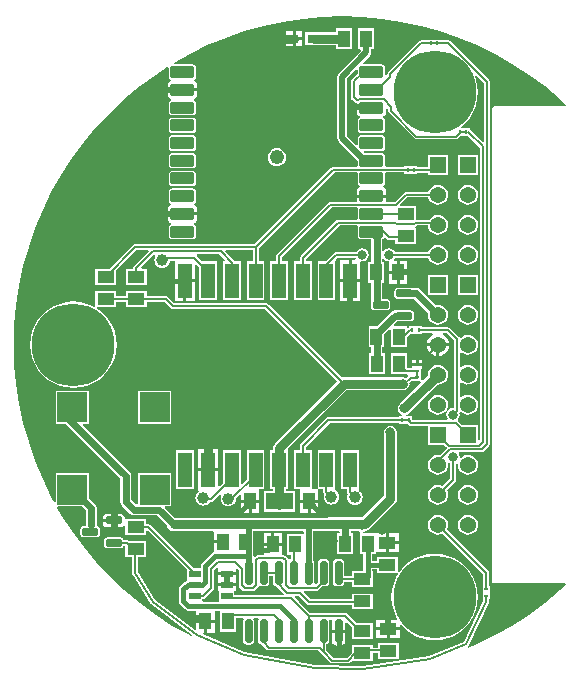
<source format=gtl>
G04*
G04 #@! TF.GenerationSoftware,Altium Limited,Altium Designer,25.1.2 (22)*
G04*
G04 Layer_Physical_Order=1*
G04 Layer_Color=255*
%FSLAX44Y44*%
%MOMM*%
G71*
G04*
G04 #@! TF.SameCoordinates,1B355CDF-056A-496C-88C6-064FCE6B5934*
G04*
G04*
G04 #@! TF.FilePolarity,Positive*
G04*
G01*
G75*
%ADD10C,0.2000*%
%ADD12C,0.1500*%
%ADD21R,1.0400X1.4700*%
G04:AMPARAMS|DCode=22|XSize=2mm|YSize=1mm|CornerRadius=0.125mm|HoleSize=0mm|Usage=FLASHONLY|Rotation=180.000|XOffset=0mm|YOffset=0mm|HoleType=Round|Shape=RoundedRectangle|*
%AMROUNDEDRECTD22*
21,1,2.0000,0.7500,0,0,180.0*
21,1,1.7500,1.0000,0,0,180.0*
1,1,0.2500,-0.8750,0.3750*
1,1,0.2500,0.8750,0.3750*
1,1,0.2500,0.8750,-0.3750*
1,1,0.2500,-0.8750,-0.3750*
%
%ADD22ROUNDEDRECTD22*%
%ADD23R,2.5000X2.5000*%
%ADD24C,1.0000*%
%ADD25R,0.8000X0.8000*%
G04:AMPARAMS|DCode=26|XSize=1.97mm|YSize=0.6mm|CornerRadius=0.15mm|HoleSize=0mm|Usage=FLASHONLY|Rotation=90.000|XOffset=0mm|YOffset=0mm|HoleType=Round|Shape=RoundedRectangle|*
%AMROUNDEDRECTD26*
21,1,1.9700,0.3000,0,0,90.0*
21,1,1.6700,0.6000,0,0,90.0*
1,1,0.3000,0.1500,0.8350*
1,1,0.3000,0.1500,-0.8350*
1,1,0.3000,-0.1500,-0.8350*
1,1,0.3000,-0.1500,0.8350*
%
%ADD26ROUNDEDRECTD26*%
%ADD27R,1.0033X0.5588*%
G04:AMPARAMS|DCode=28|XSize=1.32mm|YSize=0.6mm|CornerRadius=0.075mm|HoleSize=0mm|Usage=FLASHONLY|Rotation=180.000|XOffset=0mm|YOffset=0mm|HoleType=Round|Shape=RoundedRectangle|*
%AMROUNDEDRECTD28*
21,1,1.3200,0.4500,0,0,180.0*
21,1,1.1700,0.6000,0,0,180.0*
1,1,0.1500,-0.5850,0.2250*
1,1,0.1500,0.5850,0.2250*
1,1,0.1500,0.5850,-0.2250*
1,1,0.1500,-0.5850,-0.2250*
%
%ADD28ROUNDEDRECTD28*%
%ADD29R,1.4700X1.0400*%
%ADD37R,0.3500X0.2500*%
%ADD38R,0.2500X0.3500*%
%ADD51R,1.2000X3.0000*%
%ADD52C,0.4000*%
%ADD53C,0.8000*%
%ADD54C,0.6000*%
%ADD55C,0.5000*%
%ADD56C,1.2100*%
%ADD57C,1.3700*%
%ADD58R,1.3700X1.3700*%
%ADD59C,7.0000*%
%ADD60C,0.8000*%
G36*
X296784Y557469D02*
X313506Y555949D01*
X330107Y553423D01*
X346524Y549898D01*
X362699Y545389D01*
X378572Y539912D01*
X394085Y533486D01*
X409182Y526135D01*
X423807Y517887D01*
X437908Y508770D01*
X451433Y498818D01*
X464332Y488068D01*
X469456Y483244D01*
X468988Y482064D01*
X409130D01*
X408340Y481907D01*
X407671Y481459D01*
X407223Y480790D01*
X407066Y480000D01*
Y80000D01*
X407223Y79210D01*
X407671Y78541D01*
X408340Y78093D01*
X409130Y77936D01*
X468987Y77935D01*
X469455Y76755D01*
X464332Y71932D01*
X451433Y61182D01*
X437908Y51230D01*
X423807Y42113D01*
X409182Y33865D01*
X394085Y26514D01*
X386862Y23522D01*
X386297Y24663D01*
X386481Y24769D01*
X386525Y24828D01*
X386587Y24869D01*
X386828Y25225D01*
X387089Y25568D01*
X404378Y60921D01*
X404398Y61000D01*
X404444Y61067D01*
X404526Y61483D01*
X404635Y61892D01*
X404624Y61972D01*
X404639Y62052D01*
Y64640D01*
X405405D01*
Y75688D01*
X404705D01*
Y86539D01*
X404509Y87524D01*
X403951Y88359D01*
X368545Y123764D01*
X369228Y125414D01*
X369516Y127600D01*
X369228Y129786D01*
X368385Y131823D01*
X367042Y133572D01*
X365293Y134915D01*
X363256Y135758D01*
X361070Y136046D01*
X358884Y135758D01*
X356847Y134915D01*
X355098Y133572D01*
X353755Y131823D01*
X352911Y129786D01*
X352624Y127600D01*
X352911Y125414D01*
X353755Y123377D01*
X355098Y121628D01*
X356847Y120285D01*
X358884Y119441D01*
X361070Y119154D01*
X363256Y119441D01*
X364906Y120125D01*
X399558Y85473D01*
Y75688D01*
X398857D01*
Y64640D01*
X399492D01*
Y62648D01*
X382897Y28711D01*
X353519Y16742D01*
X297623Y7653D01*
X257049Y8786D01*
X197304Y19812D01*
X161895Y34907D01*
X162149Y36151D01*
X162938D01*
Y44771D01*
X156468D01*
Y39346D01*
X155332Y38778D01*
X121657Y64037D01*
X107308Y87390D01*
Y100370D01*
X113978D01*
Y113818D01*
X99870D01*
X99639Y114049D01*
X98804Y114607D01*
X97819Y114802D01*
X94705D01*
X94593Y115366D01*
X94090Y116118D01*
X93338Y116621D01*
X92451Y116798D01*
X80751D01*
X79864Y116621D01*
X79111Y116118D01*
X78609Y115366D01*
X78432Y114479D01*
Y109979D01*
X78609Y109092D01*
X79111Y108340D01*
X79864Y107837D01*
X80751Y107660D01*
X92451D01*
X93338Y107837D01*
X94090Y108340D01*
X94593Y109092D01*
X94705Y109656D01*
X96230D01*
Y100370D01*
X102161D01*
Y86663D01*
X102201Y86462D01*
X102194Y86257D01*
X102298Y85974D01*
X102357Y85678D01*
X102471Y85508D01*
X102542Y85316D01*
X117528Y60925D01*
X117856Y60571D01*
X118177Y60214D01*
X152538Y34439D01*
X151874Y33351D01*
X150818Y33865D01*
X136193Y42113D01*
X122092Y51230D01*
X108567Y61182D01*
X95668Y71932D01*
X83441Y83441D01*
X71932Y95668D01*
X61182Y108567D01*
X51230Y122092D01*
X42113Y136193D01*
X38776Y142110D01*
X39416Y143207D01*
X59338D01*
X62859Y139686D01*
Y127014D01*
X62271Y126298D01*
X60751D01*
X59864Y126121D01*
X59111Y125618D01*
X58609Y124866D01*
X58432Y123979D01*
Y119479D01*
X58609Y118592D01*
X59111Y117839D01*
X59864Y117337D01*
X60751Y117160D01*
X72451D01*
X73338Y117337D01*
X74090Y117839D01*
X74593Y118592D01*
X74769Y119479D01*
Y123979D01*
X74593Y124866D01*
X74090Y125618D01*
X73338Y126121D01*
X73207Y126147D01*
X72084Y127014D01*
Y141596D01*
X71733Y143362D01*
X70733Y144858D01*
X65482Y150110D01*
Y171255D01*
X37434D01*
Y146991D01*
X36205Y146668D01*
X33865Y150818D01*
X26514Y165915D01*
X20088Y181428D01*
X14611Y197301D01*
X10102Y213476D01*
X6578Y229893D01*
X4051Y246494D01*
X2531Y263216D01*
X2024Y280000D01*
X2531Y296784D01*
X4051Y313506D01*
X6578Y330107D01*
X10102Y346524D01*
X14611Y362699D01*
X20088Y378572D01*
X26514Y394085D01*
X33865Y409182D01*
X42113Y423807D01*
X51230Y437908D01*
X61182Y451433D01*
X71932Y464332D01*
X83441Y476559D01*
X95668Y488068D01*
X108567Y498818D01*
X122092Y508770D01*
X132081Y515228D01*
X133008Y514697D01*
X133243Y514467D01*
Y507062D01*
X133459Y505980D01*
X134072Y505062D01*
X134924Y504493D01*
X134962Y504208D01*
X134846Y503183D01*
X134593Y503132D01*
X133339Y502295D01*
X132502Y501041D01*
X132207Y499562D01*
Y497082D01*
X144822D01*
X157436D01*
Y499562D01*
X157142Y501041D01*
X156304Y502295D01*
X155050Y503132D01*
X154797Y503183D01*
X154681Y504208D01*
X154720Y504493D01*
X155572Y505062D01*
X156185Y505980D01*
X156400Y507062D01*
Y514562D01*
X156185Y515644D01*
X155572Y516562D01*
X154654Y517175D01*
X153572Y517391D01*
X137898D01*
X137565Y518661D01*
X150818Y526135D01*
X165915Y533486D01*
X181428Y539912D01*
X197301Y545389D01*
X213476Y549898D01*
X229893Y553423D01*
X246494Y555949D01*
X263216Y557469D01*
X280000Y557976D01*
X296784Y557469D01*
D02*
G37*
%LPC*%
G36*
X245881Y545760D02*
X240611D01*
Y540490D01*
X245881D01*
Y545760D01*
D02*
G37*
G36*
X238071D02*
X232801D01*
Y540490D01*
X238071D01*
Y545760D01*
D02*
G37*
G36*
X245881Y537951D02*
X240611D01*
Y532680D01*
X245881D01*
Y537951D01*
D02*
G37*
G36*
X238071D02*
X232801D01*
Y532680D01*
X238071D01*
Y537951D01*
D02*
G37*
G36*
X288424Y547885D02*
X274977D01*
Y544853D01*
X256341D01*
X255797Y544744D01*
X248817D01*
Y533696D01*
X255797D01*
X256341Y533588D01*
X274977D01*
Y530137D01*
X288424D01*
Y547885D01*
D02*
G37*
G36*
X157436Y494542D02*
X144822D01*
X132207D01*
Y492062D01*
X132502Y490583D01*
X133339Y489330D01*
X134593Y488492D01*
X134846Y488442D01*
X134962Y487416D01*
X134924Y487131D01*
X134072Y486562D01*
X133459Y485644D01*
X133243Y484562D01*
Y477062D01*
X133459Y475980D01*
X134072Y475062D01*
X134989Y474449D01*
X136072Y474234D01*
X153572D01*
X154654Y474449D01*
X155572Y475062D01*
X156185Y475980D01*
X156400Y477062D01*
Y484562D01*
X156185Y485644D01*
X155572Y486562D01*
X154720Y487131D01*
X154681Y487416D01*
X154797Y488442D01*
X155050Y488492D01*
X156304Y489330D01*
X157142Y490583D01*
X157436Y492062D01*
Y494542D01*
D02*
G37*
G36*
X153572Y472391D02*
X136072D01*
X134989Y472175D01*
X134072Y471562D01*
X133459Y470645D01*
X133243Y469562D01*
Y462062D01*
X133459Y460980D01*
X134072Y460062D01*
X134989Y459449D01*
X136072Y459234D01*
X153572D01*
X154654Y459449D01*
X155572Y460062D01*
X156185Y460980D01*
X156400Y462062D01*
Y469562D01*
X156185Y470645D01*
X155572Y471562D01*
X154654Y472175D01*
X153572Y472391D01*
D02*
G37*
G36*
Y457391D02*
X136072D01*
X134989Y457175D01*
X134072Y456562D01*
X133459Y455645D01*
X133243Y454562D01*
Y447062D01*
X133459Y445980D01*
X134072Y445062D01*
X134989Y444449D01*
X136072Y444234D01*
X153572D01*
X154654Y444449D01*
X155572Y445062D01*
X156185Y445980D01*
X156400Y447062D01*
Y454562D01*
X156185Y455645D01*
X155572Y456562D01*
X154654Y457175D01*
X153572Y457391D01*
D02*
G37*
G36*
X224822Y446451D02*
X222845Y446191D01*
X221002Y445428D01*
X219420Y444214D01*
X218206Y442632D01*
X217443Y440789D01*
X217182Y438812D01*
X217443Y436835D01*
X218206Y434992D01*
X219420Y433410D01*
X221002Y432196D01*
X222845Y431433D01*
X224822Y431173D01*
X226799Y431433D01*
X228641Y432196D01*
X230224Y433410D01*
X231438Y434992D01*
X232201Y436835D01*
X232461Y438812D01*
X232201Y440789D01*
X231438Y442632D01*
X230224Y444214D01*
X228641Y445428D01*
X226799Y446191D01*
X224822Y446451D01*
D02*
G37*
G36*
X153572Y442391D02*
X136072D01*
X134989Y442175D01*
X134072Y441562D01*
X133459Y440644D01*
X133243Y439562D01*
Y432062D01*
X133459Y430980D01*
X134072Y430062D01*
X134989Y429449D01*
X136072Y429234D01*
X153572D01*
X154654Y429449D01*
X155572Y430062D01*
X156185Y430980D01*
X156400Y432062D01*
Y439562D01*
X156185Y440644D01*
X155572Y441562D01*
X154654Y442175D01*
X153572Y442391D01*
D02*
G37*
G36*
X394844Y440774D02*
X378096D01*
Y424026D01*
X394844D01*
Y440774D01*
D02*
G37*
G36*
X153572Y427391D02*
X136072D01*
X134989Y427175D01*
X134072Y426562D01*
X133459Y425644D01*
X133243Y424562D01*
Y417062D01*
X133459Y415980D01*
X134072Y415062D01*
X134989Y414449D01*
X136072Y414234D01*
X153572D01*
X154654Y414449D01*
X155572Y415062D01*
X156185Y415980D01*
X156400Y417062D01*
Y424562D01*
X156185Y425644D01*
X155572Y426562D01*
X154654Y427175D01*
X153572Y427391D01*
D02*
G37*
G36*
X386470Y415446D02*
X384284Y415159D01*
X382247Y414315D01*
X380498Y412972D01*
X379155Y411223D01*
X378312Y409186D01*
X378024Y407000D01*
X378312Y404814D01*
X379155Y402777D01*
X380498Y401028D01*
X382247Y399685D01*
X384284Y398842D01*
X386470Y398554D01*
X388656Y398842D01*
X390693Y399685D01*
X392442Y401028D01*
X393785Y402777D01*
X394628Y404814D01*
X394916Y407000D01*
X394628Y409186D01*
X393785Y411223D01*
X392442Y412972D01*
X390693Y414315D01*
X388656Y415159D01*
X386470Y415446D01*
D02*
G37*
G36*
X361070D02*
X358884Y415159D01*
X356847Y414315D01*
X355098Y412972D01*
X353755Y411223D01*
X352966Y409319D01*
X333900D01*
X333013Y409142D01*
X332261Y408639D01*
X324478Y400857D01*
X318197D01*
X317391Y401838D01*
X317436Y402062D01*
Y404542D01*
X304822D01*
X292208D01*
Y402062D01*
X292252Y401838D01*
X291446Y400857D01*
X271023D01*
X270935Y400916D01*
X269950Y401112D01*
X268965Y400916D01*
X268130Y400358D01*
X224624Y356852D01*
X224067Y356017D01*
X223871Y355032D01*
Y350877D01*
X219219D01*
Y317829D01*
X234266D01*
Y350877D01*
X229018D01*
Y353966D01*
X271271Y396220D01*
X292432D01*
X293320Y394950D01*
X293243Y394562D01*
Y387062D01*
X293258Y386986D01*
X292224Y385716D01*
X277824D01*
X277735Y385775D01*
X276751Y385971D01*
X275766Y385775D01*
X274931Y385217D01*
X244793Y355079D01*
X244235Y354244D01*
X244039Y353259D01*
Y350877D01*
X239219D01*
Y317829D01*
X254266D01*
Y350877D01*
X249186D01*
Y352193D01*
X278071Y381079D01*
X292338D01*
X293292Y379809D01*
X293243Y379562D01*
Y372062D01*
X293459Y370980D01*
X294072Y370062D01*
X294989Y369449D01*
X296072Y369234D01*
X304542D01*
Y350155D01*
X301831D01*
Y332407D01*
X304542D01*
Y317256D01*
X304509Y317207D01*
X304333Y316320D01*
Y311819D01*
X304509Y310932D01*
X305012Y310180D01*
X305764Y309677D01*
X306651Y309501D01*
X308933D01*
X309155Y309457D01*
X311501D01*
X311723Y309501D01*
X318351D01*
X319238Y309677D01*
X319991Y310180D01*
X320493Y310932D01*
X320670Y311819D01*
Y316320D01*
X320493Y317207D01*
X319991Y317959D01*
X319238Y318461D01*
X318351Y318638D01*
X313767D01*
Y332407D01*
X315279D01*
Y350155D01*
X313767D01*
Y352623D01*
X315037Y353008D01*
X315604Y352161D01*
X317431Y350940D01*
X319586Y350511D01*
X319615Y350488D01*
Y342551D01*
X326085D01*
Y351171D01*
X324200D01*
X323757Y352441D01*
X324510Y353570D01*
X353096D01*
X353755Y351977D01*
X355098Y350228D01*
X356847Y348885D01*
X358884Y348041D01*
X361070Y347754D01*
X363256Y348041D01*
X365293Y348885D01*
X367042Y350228D01*
X368385Y351977D01*
X369228Y354014D01*
X369516Y356200D01*
X369228Y358386D01*
X368385Y360423D01*
X367042Y362172D01*
X365293Y363515D01*
X363256Y364358D01*
X361070Y364646D01*
X358884Y364358D01*
X356847Y363515D01*
X355098Y362172D01*
X353755Y360423D01*
X353049Y358717D01*
X324510D01*
X323569Y360126D01*
X321742Y361347D01*
X319586Y361776D01*
X317431Y361347D01*
X315604Y360126D01*
X315037Y359278D01*
X313767Y359663D01*
Y369273D01*
X314654Y369449D01*
X315572Y370062D01*
X316810Y370184D01*
X317814Y369181D01*
X318648Y368623D01*
X319633Y368427D01*
X324846D01*
Y364980D01*
X342594D01*
Y378428D01*
X342224D01*
X342049Y379688D01*
X342801Y380190D01*
X343689Y381079D01*
X352692D01*
X352911Y379414D01*
X353755Y377377D01*
X355098Y375628D01*
X356847Y374285D01*
X358884Y373442D01*
X361070Y373154D01*
X363256Y373442D01*
X365293Y374285D01*
X367042Y375628D01*
X368385Y377377D01*
X369228Y379414D01*
X369516Y381600D01*
X369228Y383786D01*
X368385Y385823D01*
X367042Y387572D01*
X365293Y388915D01*
X363256Y389758D01*
X361070Y390046D01*
X358884Y389758D01*
X356847Y388915D01*
X355098Y387572D01*
X353755Y385823D01*
X353711Y385716D01*
X342729D01*
X342594Y385827D01*
Y397228D01*
X329066D01*
X328580Y398401D01*
X334860Y404682D01*
X352966D01*
X353755Y402777D01*
X355098Y401028D01*
X356847Y399685D01*
X358884Y398842D01*
X361070Y398554D01*
X363256Y398842D01*
X365293Y399685D01*
X367042Y401028D01*
X368385Y402777D01*
X369228Y404814D01*
X369516Y407000D01*
X369228Y409186D01*
X368385Y411223D01*
X367042Y412972D01*
X365293Y414315D01*
X363256Y415159D01*
X361070Y415446D01*
D02*
G37*
G36*
X153572Y412391D02*
X136072D01*
X134989Y412175D01*
X134072Y411562D01*
X133459Y410644D01*
X133243Y409562D01*
Y402062D01*
X133459Y400980D01*
X134072Y400062D01*
X134924Y399493D01*
X134962Y399208D01*
X134846Y398183D01*
X134593Y398132D01*
X133339Y397295D01*
X132502Y396041D01*
X132207Y394562D01*
Y392082D01*
X144822D01*
X157436D01*
Y394562D01*
X157142Y396041D01*
X156304Y397295D01*
X155050Y398132D01*
X154797Y398183D01*
X154681Y399208D01*
X154720Y399493D01*
X155572Y400062D01*
X156185Y400980D01*
X156400Y402062D01*
Y409562D01*
X156185Y410644D01*
X155572Y411562D01*
X154654Y412175D01*
X153572Y412391D01*
D02*
G37*
G36*
X386470Y390046D02*
X384284Y389758D01*
X382247Y388915D01*
X380498Y387572D01*
X379155Y385823D01*
X378312Y383786D01*
X378024Y381600D01*
X378312Y379414D01*
X379155Y377377D01*
X380498Y375628D01*
X382247Y374285D01*
X384284Y373442D01*
X386470Y373154D01*
X388656Y373442D01*
X390693Y374285D01*
X392442Y375628D01*
X393785Y377377D01*
X394628Y379414D01*
X394916Y381600D01*
X394628Y383786D01*
X393785Y385823D01*
X392442Y387572D01*
X390693Y388915D01*
X388656Y389758D01*
X386470Y390046D01*
D02*
G37*
G36*
X157436Y389542D02*
X144822D01*
X132207D01*
Y387062D01*
X132502Y385583D01*
X133339Y384330D01*
X134593Y383492D01*
X134846Y383442D01*
X134962Y382416D01*
X134924Y382131D01*
X134072Y381562D01*
X133459Y380645D01*
X133243Y379562D01*
Y372062D01*
X133459Y370980D01*
X134072Y370062D01*
X134989Y369449D01*
X136072Y369234D01*
X153572D01*
X154654Y369449D01*
X155572Y370062D01*
X156185Y370980D01*
X156400Y372062D01*
Y379562D01*
X156185Y380645D01*
X155572Y381562D01*
X154720Y382131D01*
X154681Y382416D01*
X154797Y383442D01*
X155050Y383492D01*
X156304Y384330D01*
X157142Y385583D01*
X157436Y387062D01*
Y389542D01*
D02*
G37*
G36*
X297060Y361776D02*
X294904Y361347D01*
X293077Y360126D01*
X292136Y358717D01*
X275340D01*
X275055Y358773D01*
X274070Y358578D01*
X273235Y358020D01*
X266092Y350877D01*
X259219D01*
Y317829D01*
X274266D01*
Y350877D01*
X274266Y350877D01*
X274266D01*
X274565Y352071D01*
X276064Y353570D01*
X291185D01*
X291429Y353163D01*
X290710Y351893D01*
X288013D01*
Y335623D01*
X295282D01*
Y349864D01*
X296264Y350669D01*
X297060Y350511D01*
X299215Y350940D01*
X301042Y352161D01*
X302263Y353988D01*
X302692Y356143D01*
X302263Y358299D01*
X301042Y360126D01*
X299215Y361347D01*
X297060Y361776D01*
D02*
G37*
G36*
X386470Y364646D02*
X384284Y364358D01*
X382247Y363515D01*
X380498Y362172D01*
X379155Y360423D01*
X378312Y358386D01*
X378024Y356200D01*
X378312Y354014D01*
X379155Y351977D01*
X380498Y350228D01*
X382247Y348885D01*
X384284Y348041D01*
X386470Y347754D01*
X388656Y348041D01*
X390693Y348885D01*
X392442Y350228D01*
X393785Y351977D01*
X394628Y354014D01*
X394916Y356200D01*
X394628Y358386D01*
X393785Y360423D01*
X392442Y362172D01*
X390693Y363515D01*
X388656Y364358D01*
X386470Y364646D01*
D02*
G37*
G36*
X335095Y351171D02*
X328625D01*
Y342551D01*
X335095D01*
Y351171D01*
D02*
G37*
G36*
X285473Y351893D02*
X278202D01*
Y335623D01*
X285473D01*
Y351893D01*
D02*
G37*
G36*
X335095Y340011D02*
X328625D01*
Y331391D01*
X335095D01*
Y340011D01*
D02*
G37*
G36*
X326085D02*
X319615D01*
Y331391D01*
X326085D01*
Y340011D01*
D02*
G37*
G36*
X394844Y339174D02*
X378096D01*
Y322426D01*
X394844D01*
Y339174D01*
D02*
G37*
G36*
X369439D02*
X352691D01*
Y322426D01*
X369439D01*
Y339174D01*
D02*
G37*
G36*
X295282Y333083D02*
X288013D01*
Y316813D01*
X295282D01*
Y333083D01*
D02*
G37*
G36*
X285473D02*
X278202D01*
Y316813D01*
X285473D01*
Y333083D01*
D02*
G37*
G36*
X155282D02*
X148013D01*
Y316813D01*
X155282D01*
Y333083D01*
D02*
G37*
G36*
X145472D02*
X138202D01*
Y316813D01*
X145472D01*
Y333083D01*
D02*
G37*
G36*
X386470Y313846D02*
X384284Y313558D01*
X382247Y312715D01*
X380498Y311372D01*
X379155Y309623D01*
X378312Y307586D01*
X378024Y305400D01*
X378312Y303214D01*
X379155Y301177D01*
X380498Y299428D01*
X382247Y298085D01*
X384284Y297241D01*
X386470Y296954D01*
X388656Y297241D01*
X390693Y298085D01*
X392442Y299428D01*
X393785Y301177D01*
X394628Y303214D01*
X394916Y305400D01*
X394628Y307586D01*
X393785Y309623D01*
X392442Y311372D01*
X390693Y312715D01*
X388656Y313558D01*
X386470Y313846D01*
D02*
G37*
G36*
X342900Y328182D02*
X332501D01*
X332280Y328138D01*
X326651D01*
X325764Y327962D01*
X325012Y327459D01*
X324509Y326707D01*
X324333Y325820D01*
Y321320D01*
X324509Y320432D01*
X325012Y319680D01*
X325764Y319177D01*
X326651Y319001D01*
X332280D01*
X332501Y318957D01*
X340990D01*
X352776Y307171D01*
X352424Y305400D01*
X352852Y303244D01*
X352975Y303061D01*
X353755Y301177D01*
X355098Y299428D01*
X356847Y298085D01*
X358884Y297241D01*
X361070Y296954D01*
X363256Y297241D01*
X365293Y298085D01*
X367042Y299428D01*
X368385Y301177D01*
X369228Y303214D01*
X369516Y305400D01*
X369228Y307586D01*
X368385Y309623D01*
X367042Y311372D01*
X365293Y312715D01*
X363256Y313558D01*
X361070Y313846D01*
X359371Y313622D01*
X346162Y326831D01*
X344666Y327831D01*
X342900Y328182D01*
D02*
G37*
G36*
X307225Y547885D02*
X293776D01*
Y530137D01*
X295466D01*
X295992Y528867D01*
X277041Y509916D01*
X276152Y508585D01*
X275839Y507015D01*
Y454974D01*
X276152Y453404D01*
X277041Y452073D01*
X293243Y435871D01*
Y432062D01*
X293271Y431925D01*
X292265Y430655D01*
X272042D01*
X272018Y430660D01*
X271033Y430464D01*
X270198Y429906D01*
X205609Y365317D01*
X104964D01*
X103979Y365121D01*
X103144Y364563D01*
X82895Y344314D01*
X71036D01*
Y330866D01*
X88784D01*
Y342925D01*
X106030Y360170D01*
X115847D01*
X116333Y358997D01*
X103758Y346422D01*
X103200Y345587D01*
X103005Y344602D01*
Y344302D01*
X96704D01*
Y330854D01*
X114452D01*
Y344302D01*
X110577D01*
X110091Y345476D01*
X120719Y356103D01*
X121376Y356017D01*
X121986Y354725D01*
X121328Y353138D01*
X121104Y351435D01*
X121328Y349732D01*
X121986Y348145D01*
X123032Y346782D01*
X124394Y345737D01*
X125981Y345079D01*
X127684Y344855D01*
X129388Y345079D01*
X130975Y345737D01*
X132338Y346782D01*
X133383Y348145D01*
X134041Y349732D01*
X134230Y351171D01*
X138202D01*
Y335623D01*
X146742D01*
X155282D01*
Y348020D01*
X156456Y348506D01*
X159219Y345743D01*
Y317829D01*
X174266D01*
Y350877D01*
X161364D01*
X156864Y355376D01*
X157020Y356122D01*
X157343Y356646D01*
X176072D01*
X180667Y352050D01*
X180181Y350877D01*
X179219D01*
Y317829D01*
X194266D01*
Y350877D01*
X188935D01*
X188562Y351434D01*
X181000Y358997D01*
X181486Y360170D01*
X204169D01*
Y350877D01*
X199219D01*
Y317829D01*
X214266D01*
Y350877D01*
X209316D01*
Y361745D01*
X273589Y426018D01*
X292297D01*
X293280Y424748D01*
X293243Y424562D01*
Y417062D01*
X293459Y415980D01*
X294072Y415062D01*
X294924Y414493D01*
X294962Y414208D01*
X294846Y413183D01*
X294593Y413132D01*
X293339Y412295D01*
X292502Y411041D01*
X292208Y409562D01*
Y407082D01*
X304822D01*
X317436D01*
Y409562D01*
X317142Y411041D01*
X316304Y412295D01*
X315051Y413132D01*
X314797Y413183D01*
X314681Y414208D01*
X314720Y414493D01*
X315572Y415062D01*
X316185Y415980D01*
X316400Y417062D01*
Y424562D01*
X316363Y424748D01*
X317346Y426018D01*
X332618D01*
Y424831D01*
X343666D01*
Y425678D01*
X352696D01*
Y424026D01*
X369444D01*
Y440774D01*
X352696D01*
Y430825D01*
X343666D01*
Y431379D01*
X332618D01*
Y430655D01*
X317379D01*
X316373Y431925D01*
X316400Y432062D01*
Y439562D01*
X316185Y440644D01*
X315572Y441562D01*
X314654Y442175D01*
X313572Y442391D01*
X298648D01*
X298199Y442964D01*
X298817Y444234D01*
X313572D01*
X314654Y444449D01*
X315572Y445062D01*
X316185Y445980D01*
X316400Y447062D01*
Y454562D01*
X316185Y455645D01*
X315572Y456562D01*
X314654Y457175D01*
X313572Y457391D01*
X296072D01*
X294989Y457175D01*
X294072Y456562D01*
X293459Y455645D01*
X293243Y454562D01*
Y449135D01*
X292070Y448649D01*
X284045Y456674D01*
Y505315D01*
X292070Y513340D01*
X293243Y512854D01*
Y509584D01*
X288448Y504789D01*
X287890Y503954D01*
X287694Y502970D01*
Y489341D01*
X287890Y488357D01*
X288448Y487522D01*
X290476Y485494D01*
X291310Y484937D01*
X292056Y484788D01*
X292208Y484562D01*
Y482082D01*
X304822D01*
Y479542D01*
X292208D01*
Y477062D01*
X292502Y475583D01*
X293339Y474330D01*
X294593Y473492D01*
X294846Y473442D01*
X294962Y472416D01*
X294924Y472131D01*
X294072Y471562D01*
X293459Y470645D01*
X293243Y469562D01*
Y462062D01*
X293459Y460980D01*
X294072Y460062D01*
X294989Y459449D01*
X296072Y459234D01*
X313572D01*
X314654Y459449D01*
X315572Y460062D01*
X316185Y460980D01*
X316400Y462062D01*
Y469562D01*
X316185Y470645D01*
X315572Y471562D01*
X314720Y472131D01*
X314681Y472416D01*
X314797Y473442D01*
X315051Y473492D01*
X316304Y474330D01*
X317142Y475583D01*
X317436Y477062D01*
Y479760D01*
X318706Y480396D01*
X319123Y480084D01*
Y477792D01*
X319300Y476905D01*
X319803Y476153D01*
X341295Y454660D01*
X342047Y454158D01*
X342935Y453981D01*
X376506D01*
X377393Y454158D01*
X378145Y454660D01*
X380173Y456688D01*
X386542D01*
X396438Y446792D01*
Y199235D01*
X396114Y199018D01*
X394844Y199697D01*
Y212174D01*
X381735D01*
X378282Y215627D01*
X378257Y215644D01*
X377868Y216886D01*
X378052Y217192D01*
X379083Y218734D01*
X379511Y220890D01*
X379295Y221979D01*
X380315Y223080D01*
X380641Y223117D01*
X382247Y221885D01*
X384284Y221041D01*
X386470Y220754D01*
X388656Y221041D01*
X390693Y221885D01*
X392442Y223228D01*
X393785Y224977D01*
X394628Y227014D01*
X394916Y229200D01*
X394628Y231386D01*
X393785Y233423D01*
X392442Y235172D01*
X390693Y236515D01*
X388656Y237358D01*
X386470Y237646D01*
X384284Y237358D01*
X382247Y236515D01*
X380782Y235390D01*
X379512Y235812D01*
Y247988D01*
X380782Y248409D01*
X382247Y247285D01*
X384284Y246441D01*
X386470Y246154D01*
X388656Y246441D01*
X390693Y247285D01*
X392442Y248627D01*
X393785Y250377D01*
X394628Y252414D01*
X394916Y254600D01*
X394628Y256786D01*
X393785Y258823D01*
X392442Y260572D01*
X390693Y261915D01*
X388656Y262758D01*
X386470Y263046D01*
X384284Y262758D01*
X382247Y261915D01*
X380782Y260791D01*
X379512Y261212D01*
Y273388D01*
X380782Y273809D01*
X382247Y272685D01*
X384284Y271841D01*
X386470Y271554D01*
X388656Y271841D01*
X390693Y272685D01*
X392442Y274028D01*
X393785Y275777D01*
X394628Y277814D01*
X394916Y280000D01*
X394628Y282186D01*
X393785Y284223D01*
X392442Y285972D01*
X390693Y287315D01*
X388656Y288158D01*
X386470Y288446D01*
X384284Y288158D01*
X382247Y287315D01*
X380498Y285972D01*
X380388Y285950D01*
X379034Y286151D01*
X378758Y286563D01*
X371329Y293992D01*
X370494Y294550D01*
X369510Y294746D01*
X347612D01*
Y295447D01*
X336564D01*
Y294593D01*
X335865Y294113D01*
X334625Y294699D01*
Y295576D01*
X324058D01*
X323572Y296750D01*
X326779Y299957D01*
X333501D01*
X333723Y300001D01*
X338351D01*
X339239Y300177D01*
X339991Y300680D01*
X340493Y301432D01*
X340670Y302320D01*
Y306819D01*
X340493Y307707D01*
X339991Y308459D01*
X339239Y308962D01*
X338351Y309138D01*
X333723D01*
X333501Y309182D01*
X324868D01*
X323103Y308831D01*
X321606Y307831D01*
X309352Y295576D01*
X302377D01*
Y277828D01*
X304747D01*
Y272668D01*
X302429D01*
Y254920D01*
X315877D01*
Y272668D01*
X313972D01*
Y277828D01*
X315825D01*
Y289003D01*
X320003Y293182D01*
X321177Y292696D01*
Y277828D01*
X334625D01*
Y285968D01*
X337555Y288899D01*
X347612D01*
Y289599D01*
X356389D01*
X356641Y288329D01*
X356334Y288202D01*
X354373Y286697D01*
X352868Y284735D01*
X351922Y282451D01*
X351766Y281270D01*
X361070D01*
X370374D01*
X370218Y282451D01*
X369272Y284735D01*
X367767Y286697D01*
X365806Y288202D01*
X365499Y288329D01*
X365751Y289599D01*
X368444D01*
X374365Y283678D01*
Y226921D01*
X373879Y226522D01*
X371724Y226093D01*
X369897Y224872D01*
X368676Y223045D01*
X368247Y220890D01*
X368676Y218734D01*
X369399Y217651D01*
X368721Y216381D01*
X339760D01*
X339098Y217043D01*
Y219452D01*
X334431D01*
X334306Y220722D01*
X334831Y220826D01*
X334838Y220831D01*
X334847Y220833D01*
X335750Y221440D01*
X336658Y222047D01*
X336663Y222054D01*
X336671Y222059D01*
X360669Y246206D01*
X361070Y246154D01*
X363256Y246441D01*
X365293Y247285D01*
X367042Y248627D01*
X368385Y250377D01*
X369228Y252414D01*
X369516Y254600D01*
X369228Y256786D01*
X368385Y258823D01*
X367042Y260572D01*
X365293Y261915D01*
X363256Y262758D01*
X361070Y263046D01*
X358884Y262758D01*
X356847Y261915D01*
X355098Y260572D01*
X353755Y258823D01*
X352911Y256786D01*
X352624Y254600D01*
X352683Y254151D01*
X348171Y249611D01*
X346901Y250135D01*
X346901Y250588D01*
Y259540D01*
X347917D01*
Y262060D01*
X343627D01*
X339337D01*
Y260403D01*
X335083D01*
X334677Y260809D01*
Y272668D01*
X321229D01*
Y254920D01*
X334677D01*
Y254920D01*
X335230Y254869D01*
X335708Y253550D01*
X334048Y251890D01*
X333587Y252198D01*
X331432Y252626D01*
X281346D01*
X281346Y252626D01*
X279684Y252296D01*
X217533Y314447D01*
X216698Y315005D01*
X215713Y315201D01*
X137845D01*
X132549Y320498D01*
X131714Y321056D01*
X130729Y321252D01*
X114452D01*
Y325502D01*
X96704D01*
Y321263D01*
X88784D01*
Y325514D01*
X71036D01*
Y312967D01*
X69766Y312255D01*
X69133Y312644D01*
X63821Y314844D01*
X58231Y316186D01*
X52500Y316637D01*
X46769Y316186D01*
X41179Y314844D01*
X35867Y312644D01*
X30965Y309640D01*
X26594Y305906D01*
X22860Y301535D01*
X19856Y296633D01*
X17656Y291321D01*
X16314Y285731D01*
X15863Y280000D01*
X16314Y274269D01*
X17656Y268679D01*
X19856Y263367D01*
X22860Y258465D01*
X26594Y254094D01*
X30965Y250360D01*
X35867Y247356D01*
X41179Y245156D01*
X46769Y243814D01*
X52500Y243363D01*
X58231Y243814D01*
X63821Y245156D01*
X69133Y247356D01*
X74035Y250360D01*
X78406Y254094D01*
X82140Y258465D01*
X85144Y263367D01*
X87344Y268679D01*
X88686Y274269D01*
X89137Y280000D01*
X88686Y285731D01*
X87344Y291321D01*
X85144Y296633D01*
X82140Y301535D01*
X78406Y305906D01*
X74035Y309640D01*
X72148Y310796D01*
X72506Y312066D01*
X88784D01*
Y316117D01*
X96704D01*
Y312054D01*
X114452D01*
Y316105D01*
X129663D01*
X134959Y310808D01*
X135794Y310250D01*
X136779Y310054D01*
X214647D01*
X275544Y249157D01*
X222760Y196373D01*
X221539Y194546D01*
X221110Y192390D01*
X221110Y192390D01*
Y190877D01*
X219219D01*
Y157829D01*
X221110D01*
Y156548D01*
X214234D01*
Y138800D01*
X225110D01*
X226742Y138476D01*
X228279Y138781D01*
X240100D01*
Y156529D01*
X232375D01*
Y157829D01*
X234266D01*
Y190877D01*
X234266D01*
X233952Y191635D01*
X283679Y241362D01*
X331432D01*
X333587Y241791D01*
X335415Y243012D01*
X336636Y244839D01*
X337064Y246994D01*
X336959Y247523D01*
X339064Y249628D01*
X340353D01*
Y249556D01*
X345819D01*
X346326Y249556D01*
X346854Y248286D01*
X328681Y230000D01*
X328078Y229091D01*
X327472Y228185D01*
X327471Y228176D01*
X327466Y228169D01*
X327255Y227093D01*
X327043Y226029D01*
X327045Y226021D01*
X327043Y226012D01*
X327261Y224938D01*
X327472Y223874D01*
X327477Y223867D01*
X327479Y223858D01*
X328086Y222956D01*
X328693Y222047D01*
X328700Y222042D01*
X328705Y222035D01*
X329614Y221432D01*
X330520Y220826D01*
X330529Y220824D01*
X330536Y220819D01*
X331036Y220722D01*
X330913Y219452D01*
X328050D01*
Y218751D01*
X268271D01*
X267286Y218555D01*
X266451Y217997D01*
X244923Y196469D01*
X244365Y195634D01*
X244169Y194649D01*
Y190877D01*
X239219D01*
Y157829D01*
X243284D01*
X244436Y157545D01*
X244436Y156559D01*
Y148925D01*
X259916D01*
Y156559D01*
X259916Y157545D01*
X260423Y157670D01*
X261068Y157829D01*
X264169D01*
Y155379D01*
X264365Y154394D01*
X264788Y153760D01*
X264455Y152955D01*
X264231Y151252D01*
X264455Y149549D01*
X265113Y147962D01*
X266158Y146599D01*
X267521Y145553D01*
X269108Y144896D01*
X270811Y144672D01*
X272514Y144896D01*
X274101Y145553D01*
X275464Y146599D01*
X276510Y147962D01*
X277167Y149549D01*
X277391Y151252D01*
X277167Y152955D01*
X276510Y154542D01*
X275464Y155905D01*
X274564Y156596D01*
X274266Y157829D01*
X274266D01*
X274266Y157829D01*
Y190877D01*
X259219D01*
Y158815D01*
X259218Y157829D01*
X258712Y157704D01*
X258066Y157545D01*
X255419D01*
X254266Y157829D01*
X254266Y158815D01*
Y190877D01*
X249316D01*
Y193583D01*
X269337Y213604D01*
X328050D01*
Y212904D01*
X335959D01*
X336875Y211988D01*
X337709Y211430D01*
X338694Y211234D01*
X352696D01*
Y195426D01*
X365805D01*
X367062Y194169D01*
X367897Y193611D01*
X368001Y193590D01*
X368555Y193036D01*
X368632Y192253D01*
X362974Y186596D01*
X361070Y186846D01*
X358884Y186558D01*
X356847Y185715D01*
X355098Y184372D01*
X353755Y182623D01*
X352911Y180586D01*
X352624Y178400D01*
X352911Y176214D01*
X353755Y174177D01*
X355098Y172428D01*
X356847Y171085D01*
X358884Y170242D01*
X361070Y169954D01*
X363256Y170242D01*
X365293Y171085D01*
X367042Y172428D01*
X368385Y174177D01*
X369228Y176214D01*
X369516Y178400D01*
X369357Y179611D01*
X370487Y180372D01*
X371217Y179938D01*
Y166786D01*
X364906Y160475D01*
X363256Y161159D01*
X361070Y161446D01*
X358884Y161159D01*
X356847Y160315D01*
X355098Y158972D01*
X353755Y157223D01*
X352911Y155186D01*
X352624Y153000D01*
X352911Y150814D01*
X353755Y148777D01*
X355098Y147028D01*
X356847Y145685D01*
X358884Y144841D01*
X361070Y144554D01*
X363256Y144841D01*
X365293Y145685D01*
X367042Y147028D01*
X368385Y148777D01*
X369228Y150814D01*
X369516Y153000D01*
X369228Y155186D01*
X368545Y156836D01*
X375610Y163900D01*
X376167Y164735D01*
X376363Y165720D01*
Y179809D01*
X376976Y180171D01*
X378154Y179393D01*
X378024Y178400D01*
X378312Y176214D01*
X379155Y174177D01*
X380498Y172428D01*
X382247Y171085D01*
X384284Y170242D01*
X386470Y169954D01*
X388656Y170242D01*
X390693Y171085D01*
X392442Y172428D01*
X393785Y174177D01*
X394628Y176214D01*
X394916Y178400D01*
X394628Y180586D01*
X393785Y182623D01*
X392442Y184372D01*
X390693Y185715D01*
X388656Y186558D01*
X386470Y186846D01*
X384284Y186558D01*
X382247Y185715D01*
X380548Y184411D01*
X380412Y184437D01*
X379392Y185106D01*
X379422Y185260D01*
X378993Y187415D01*
X378560Y188064D01*
X379239Y189333D01*
X398513D01*
X399400Y189510D01*
X400153Y190012D01*
X404175Y194035D01*
X404678Y194788D01*
X404854Y195675D01*
Y496175D01*
X404913Y496264D01*
X405109Y497249D01*
Y502479D01*
X404913Y503464D01*
X404356Y504299D01*
X371768Y536886D01*
X370933Y537444D01*
X369948Y537640D01*
X363352D01*
Y538340D01*
X352304D01*
Y537640D01*
X346800D01*
X345815Y537444D01*
X344980Y536886D01*
X319030Y510936D01*
X318472Y510102D01*
X318277Y509117D01*
Y508353D01*
X317670Y507888D01*
X316400Y508514D01*
Y514562D01*
X316185Y515644D01*
X315572Y516562D01*
X314654Y517175D01*
X313572Y517391D01*
X297779D01*
X297293Y518564D01*
X303502Y524772D01*
X304391Y526103D01*
X304704Y527673D01*
Y530137D01*
X307225D01*
Y547885D01*
D02*
G37*
G36*
X370374Y278730D02*
X362340D01*
Y270696D01*
X363521Y270852D01*
X365806Y271798D01*
X367767Y273303D01*
X369272Y275264D01*
X370218Y277549D01*
X370374Y278730D01*
D02*
G37*
G36*
X359800D02*
X351766D01*
X351922Y277549D01*
X352868Y275264D01*
X354373Y273303D01*
X356334Y271798D01*
X358619Y270852D01*
X359800Y270696D01*
Y278730D01*
D02*
G37*
G36*
X347917Y267120D02*
X344897D01*
Y264600D01*
X347917D01*
Y267120D01*
D02*
G37*
G36*
X342357D02*
X339337D01*
Y264600D01*
X342357D01*
Y267120D01*
D02*
G37*
G36*
X361070Y237646D02*
X358884Y237358D01*
X356847Y236515D01*
X355098Y235172D01*
X353755Y233423D01*
X352911Y231386D01*
X352624Y229200D01*
X352911Y227014D01*
X353755Y224977D01*
X355098Y223228D01*
X356847Y221885D01*
X358884Y221041D01*
X361070Y220754D01*
X363256Y221041D01*
X365293Y221885D01*
X367042Y223228D01*
X368385Y224977D01*
X369228Y227014D01*
X369516Y229200D01*
X369228Y231386D01*
X368385Y233423D01*
X367042Y235172D01*
X365293Y236515D01*
X363256Y237358D01*
X361070Y237646D01*
D02*
G37*
G36*
X135482Y241255D02*
X107434D01*
Y213207D01*
X135482D01*
Y241255D01*
D02*
G37*
G36*
X175282Y191893D02*
X168013D01*
Y175623D01*
X175282D01*
Y191893D01*
D02*
G37*
G36*
X165473D02*
X158202D01*
Y175623D01*
X165473D01*
Y191893D01*
D02*
G37*
G36*
X214266Y190877D02*
X199219D01*
Y165673D01*
X195440Y161894D01*
X194266Y162380D01*
Y190877D01*
X179219D01*
Y163082D01*
X176456Y160319D01*
X175282Y160805D01*
Y173083D01*
X166742D01*
X158202D01*
Y156813D01*
X158202D01*
X158399Y155543D01*
X157657Y154974D01*
X156612Y153611D01*
X155954Y152024D01*
X155730Y150321D01*
X155954Y148618D01*
X156612Y147031D01*
X157657Y145668D01*
X159020Y144623D01*
X160607Y143965D01*
X162310Y143741D01*
X164013Y143965D01*
X165600Y144623D01*
X166963Y145668D01*
X167806Y146767D01*
X169116D01*
X170101Y146963D01*
X170936Y147521D01*
X176792Y153376D01*
X177868Y152657D01*
X177325Y151345D01*
X177101Y149642D01*
X177325Y147939D01*
X177982Y146352D01*
X179028Y144989D01*
X180391Y143944D01*
X181978Y143286D01*
X183681Y143062D01*
X185384Y143286D01*
X186971Y143944D01*
X188334Y144989D01*
X189380Y146352D01*
X190037Y147939D01*
X190261Y149642D01*
X190201Y150098D01*
X193245Y153141D01*
X194418Y152655D01*
Y148944D01*
X202158D01*
X209898D01*
Y157564D01*
X211059Y157829D01*
X214266D01*
Y190877D01*
D02*
G37*
G36*
X154266D02*
X139219D01*
Y157829D01*
X154266D01*
Y190877D01*
D02*
G37*
G36*
X386470Y161446D02*
X384284Y161159D01*
X382247Y160315D01*
X380498Y158972D01*
X379155Y157223D01*
X378312Y155186D01*
X378024Y153000D01*
X378312Y150814D01*
X379155Y148777D01*
X380498Y147028D01*
X382247Y145685D01*
X384284Y144841D01*
X386470Y144554D01*
X388656Y144841D01*
X390693Y145685D01*
X392442Y147028D01*
X393785Y148777D01*
X394628Y150814D01*
X394916Y153000D01*
X394628Y155186D01*
X393785Y157223D01*
X392442Y158972D01*
X390693Y160315D01*
X388656Y161159D01*
X386470Y161446D01*
D02*
G37*
G36*
X294266Y190877D02*
X279219D01*
Y157829D01*
X284169D01*
Y154959D01*
X284365Y153974D01*
X284724Y153437D01*
X284381Y152610D01*
X284157Y150906D01*
X284381Y149203D01*
X285039Y147616D01*
X286084Y146253D01*
X287447Y145208D01*
X289034Y144550D01*
X290737Y144326D01*
X292440Y144550D01*
X294027Y145208D01*
X295390Y146253D01*
X296436Y147616D01*
X297093Y149203D01*
X297318Y150906D01*
X297093Y152610D01*
X296436Y154197D01*
X295390Y155559D01*
X294088Y156559D01*
X294069Y156816D01*
X294266Y157829D01*
X294266D01*
Y190877D01*
D02*
G37*
G36*
X209898Y146404D02*
X203428D01*
Y137784D01*
X209898D01*
Y146404D01*
D02*
G37*
G36*
X200888D02*
X194418D01*
Y137784D01*
X200888D01*
Y146404D01*
D02*
G37*
G36*
X259916Y146385D02*
X253446D01*
Y137765D01*
X259916D01*
Y146385D01*
D02*
G37*
G36*
X250906D02*
X244436D01*
Y137765D01*
X250906D01*
Y146385D01*
D02*
G37*
G36*
X85331Y136833D02*
X80751D01*
X79467Y136578D01*
X78379Y135851D01*
X77652Y134763D01*
X77396Y133479D01*
Y132499D01*
X85331D01*
Y136833D01*
D02*
G37*
G36*
Y129959D02*
X77396D01*
Y128979D01*
X77652Y127695D01*
X78379Y126607D01*
X79467Y125880D01*
X80751Y125625D01*
X85331D01*
Y129959D01*
D02*
G37*
G36*
X386470Y136046D02*
X384284Y135758D01*
X382247Y134915D01*
X380498Y133572D01*
X379155Y131823D01*
X378312Y129786D01*
X378024Y127600D01*
X378312Y125414D01*
X379155Y123377D01*
X380498Y121628D01*
X382247Y120285D01*
X384284Y119441D01*
X386470Y119154D01*
X388656Y119441D01*
X390693Y120285D01*
X392442Y121628D01*
X393785Y123377D01*
X394628Y125414D01*
X394916Y127600D01*
X394628Y129786D01*
X393785Y131823D01*
X392442Y133572D01*
X390693Y134915D01*
X388656Y135758D01*
X386470Y136046D01*
D02*
G37*
G36*
X319531Y120234D02*
Y113764D01*
X328150D01*
Y120234D01*
X319531D01*
D02*
G37*
G36*
X328150Y111224D02*
X319531D01*
Y104754D01*
X328150D01*
Y111224D01*
D02*
G37*
G36*
X65482Y241255D02*
X37434D01*
Y213207D01*
X45829D01*
X92304Y166733D01*
Y147060D01*
X92655Y145295D01*
X93655Y143798D01*
X100507Y136945D01*
X102004Y135946D01*
X103769Y135594D01*
X123050D01*
X131911Y126733D01*
X132123Y125679D01*
X133348Y123854D01*
X135178Y122637D01*
X137334Y122213D01*
X170598Y122287D01*
X171497Y121390D01*
Y114622D01*
X179237D01*
Y112082D01*
X171497D01*
Y104660D01*
X170810Y104523D01*
X169644Y103744D01*
X161203Y95303D01*
X160424Y94137D01*
X160151Y92762D01*
Y90629D01*
X154805D01*
X117721Y127714D01*
X116886Y128272D01*
X115901Y128468D01*
X113978D01*
Y132618D01*
X96629Y132618D01*
X95898Y133382D01*
X95762Y133694D01*
X95550Y134763D01*
X94823Y135851D01*
X93735Y136578D01*
X92451Y136833D01*
X87871D01*
Y131229D01*
Y125625D01*
X92451D01*
X93735Y125880D01*
X94823Y126607D01*
X94960Y126813D01*
X96230Y126427D01*
Y119170D01*
X113978D01*
Y122382D01*
X115248Y122908D01*
X148663Y89493D01*
Y81993D01*
X148663D01*
Y81129D01*
X147977Y80143D01*
X147914Y80131D01*
X146748Y79352D01*
X142975Y75579D01*
X142196Y74413D01*
X141923Y73038D01*
Y62778D01*
X142196Y61403D01*
X142975Y60238D01*
X147200Y56013D01*
X148366Y55234D01*
X149741Y54960D01*
X156468D01*
Y47311D01*
X171948D01*
Y54960D01*
X175033D01*
X176284Y54915D01*
Y37167D01*
X189732D01*
Y48640D01*
X195912D01*
X196591Y47370D01*
X196423Y47119D01*
X196188Y45939D01*
Y29239D01*
X196423Y28059D01*
X197091Y27059D01*
X198091Y26391D01*
X199271Y26156D01*
X202271D01*
X203451Y26391D01*
X204452Y27059D01*
X205120Y28059D01*
X205355Y29239D01*
Y45939D01*
X205120Y47119D01*
X204952Y47370D01*
X205631Y48640D01*
X208612D01*
X209291Y47370D01*
X209123Y47119D01*
X208888Y45939D01*
Y29239D01*
X209123Y28059D01*
X209791Y27059D01*
X210791Y26391D01*
X211971Y26156D01*
X212527D01*
X216765Y21918D01*
X217517Y21415D01*
X218404Y21239D01*
X259910D01*
X262632Y18517D01*
X262632Y18517D01*
X270142Y11007D01*
X270894Y10505D01*
X271781Y10328D01*
X284862D01*
X285749Y10505D01*
X286501Y11007D01*
X287188Y11694D01*
X288159Y12352D01*
Y12352D01*
X288159Y12352D01*
X305907D01*
Y18874D01*
X310034D01*
Y13868D01*
X327782D01*
Y27316D01*
X310034D01*
Y23511D01*
X305907D01*
Y25800D01*
X288159D01*
Y19223D01*
X283901Y14965D01*
X272741D01*
X266590Y21117D01*
Y26319D01*
X266951Y26391D01*
X267952Y27059D01*
X268620Y28059D01*
X268855Y29239D01*
Y45939D01*
X268684Y46796D01*
X269398Y48066D01*
X270622D01*
X271523Y46796D01*
X271352Y45939D01*
Y38859D01*
X276971D01*
X282591D01*
Y44734D01*
X283860Y45260D01*
X288159Y40962D01*
Y31152D01*
X305907D01*
Y44600D01*
X291800D01*
X283941Y52459D01*
X283106Y53017D01*
X282121Y53212D01*
X252637D01*
X243783Y62066D01*
X239834Y66015D01*
X240320Y67189D01*
X243522D01*
X250150Y60561D01*
X250984Y60003D01*
X251969Y59807D01*
X288160D01*
Y55895D01*
X305908D01*
Y69343D01*
X288160D01*
Y64954D01*
X253035D01*
X247497Y70493D01*
X248023Y71762D01*
X258368D01*
X259353Y71958D01*
X260188Y72516D01*
X263328Y75656D01*
X265771D01*
X266951Y75890D01*
X267952Y76559D01*
X268620Y77559D01*
X268855Y78739D01*
Y95439D01*
X268620Y96619D01*
X267952Y97619D01*
X266951Y98287D01*
X265771Y98522D01*
X262771D01*
X261591Y98287D01*
X260591Y97619D01*
X259923Y96619D01*
X259688Y95439D01*
Y79295D01*
X257961Y77568D01*
X257096Y77642D01*
X256155Y78739D01*
Y95439D01*
X255920Y96619D01*
X255674Y96987D01*
Y122474D01*
X277289Y122521D01*
X278188Y121624D01*
Y120260D01*
X276077D01*
Y102512D01*
X289525D01*
Y120260D01*
X287413D01*
Y122544D01*
X293775Y122558D01*
X293819Y122491D01*
X295150Y121602D01*
X295512Y121530D01*
X295387Y120260D01*
X294877D01*
Y102512D01*
X298008D01*
Y94400D01*
Y88143D01*
X288160D01*
Y84093D01*
X281555D01*
Y95439D01*
X281320Y96619D01*
X280651Y97619D01*
X279651Y98287D01*
X278471Y98522D01*
X275471D01*
X274291Y98287D01*
X273291Y97619D01*
X272623Y96619D01*
X272388Y95439D01*
Y78739D01*
X272623Y77559D01*
X273291Y76559D01*
X274291Y75890D01*
X275471Y75656D01*
X278471D01*
X279651Y75890D01*
X280651Y76559D01*
X281320Y77559D01*
X281555Y78739D01*
Y78946D01*
X288160D01*
Y74695D01*
X305908D01*
Y88143D01*
X305194D01*
Y90101D01*
X309387D01*
Y86970D01*
X326203Y86970D01*
X326634Y86970D01*
X326936Y86524D01*
X327416Y85817D01*
X325726Y83059D01*
X323526Y77748D01*
X322184Y72158D01*
X321733Y66426D01*
X322184Y60695D01*
X323526Y55105D01*
X325726Y49793D01*
X326678Y48240D01*
X326058Y47132D01*
X320178D01*
Y40662D01*
X328798D01*
Y42978D01*
X329989Y43417D01*
X332464Y40520D01*
X336835Y36786D01*
X341737Y33782D01*
X347049Y31582D01*
X352639Y30240D01*
X358370Y29789D01*
X364101Y30240D01*
X369691Y31582D01*
X375003Y33782D01*
X379905Y36786D01*
X384276Y40520D01*
X388010Y44892D01*
X391014Y49793D01*
X393214Y55105D01*
X394556Y60695D01*
X395007Y66426D01*
X394556Y72158D01*
X393214Y77748D01*
X391014Y83059D01*
X388010Y87961D01*
X384276Y92332D01*
X379905Y96066D01*
X375003Y99070D01*
X369691Y101270D01*
X364101Y102612D01*
X358370Y103063D01*
X352639Y102612D01*
X347049Y101270D01*
X341737Y99070D01*
X336835Y96066D01*
X332464Y92332D01*
X328730Y87961D01*
X328405Y87430D01*
X327135Y87788D01*
X327135Y88033D01*
Y100418D01*
X309387D01*
Y97287D01*
X305194D01*
Y102512D01*
X308325D01*
Y103503D01*
X308370Y104754D01*
X309595Y104754D01*
X316991D01*
Y112494D01*
Y120234D01*
X309583D01*
X308325Y120260D01*
X307111Y120260D01*
X298054D01*
X297929Y121530D01*
X298291Y121602D01*
X299622Y122491D01*
X299740Y122610D01*
X301697Y123004D01*
X303522Y124229D01*
X303522Y124229D01*
X324938Y145740D01*
X324939Y145740D01*
X326155Y147570D01*
X326579Y149726D01*
X326579Y149726D01*
X326455Y205942D01*
X326240Y207012D01*
X326027Y208085D01*
X326023Y208090D01*
X326022Y208096D01*
X325413Y209004D01*
X324806Y209912D01*
X324801Y209915D01*
X324797Y209921D01*
X323888Y210525D01*
X322979Y211133D01*
X322972Y211134D01*
X322967Y211137D01*
X321899Y211348D01*
X320823Y211562D01*
X320817Y211560D01*
X320811Y211561D01*
X319741Y211346D01*
X318668Y211133D01*
X318663Y211129D01*
X318657Y211128D01*
X317749Y210518D01*
X316841Y209912D01*
X316837Y209907D01*
X316832Y209903D01*
X316228Y208994D01*
X315620Y208085D01*
X315619Y208078D01*
X315615Y208073D01*
X315405Y207005D01*
X315191Y205929D01*
X315192Y205923D01*
X315191Y205917D01*
X315310Y152034D01*
X297185Y133830D01*
X284850Y133802D01*
X251090Y133728D01*
X200569Y133617D01*
X176764Y133565D01*
X138211Y133480D01*
X129657Y142034D01*
X130143Y143207D01*
X135482D01*
Y171255D01*
X107434D01*
Y144820D01*
X105680D01*
X101529Y148970D01*
Y168643D01*
X101178Y170408D01*
X100178Y171905D01*
X60049Y212034D01*
X60535Y213207D01*
X65482D01*
Y241255D01*
D02*
G37*
G36*
X317638Y47132D02*
X309018D01*
Y40662D01*
X317638D01*
Y47132D01*
D02*
G37*
G36*
X171948Y44771D02*
X165478D01*
Y36151D01*
X171948D01*
Y44771D01*
D02*
G37*
G36*
X328798Y38122D02*
X320178D01*
Y31652D01*
X328798D01*
Y38122D01*
D02*
G37*
G36*
X317638D02*
X309018D01*
Y31652D01*
X317638D01*
Y38122D01*
D02*
G37*
G36*
X282591Y36319D02*
X278241D01*
Y25120D01*
X278471D01*
X280048Y25433D01*
X281384Y26326D01*
X282277Y27663D01*
X282591Y29239D01*
Y36319D01*
D02*
G37*
G36*
X275701D02*
X271352D01*
Y29239D01*
X271666Y27663D01*
X272559Y26326D01*
X273895Y25433D01*
X275471Y25120D01*
X275701D01*
Y36319D01*
D02*
G37*
%LPD*%
G36*
X399962Y501413D02*
Y497249D01*
X400158Y496264D01*
X400217Y496175D01*
Y451951D01*
X399044Y451465D01*
X388727Y461782D01*
X387942Y462307D01*
Y463236D01*
X381047D01*
X380579Y464506D01*
X384280Y467668D01*
X388014Y472039D01*
X391018Y476941D01*
X393218Y482252D01*
X394560Y487842D01*
X395011Y493574D01*
X394560Y499305D01*
X393218Y504895D01*
X392181Y507398D01*
X393258Y508118D01*
X399962Y501413D01*
D02*
G37*
G36*
X247468Y121557D02*
Y120779D01*
X246764Y119801D01*
X233316D01*
Y102053D01*
X236867D01*
Y99104D01*
X235930Y98477D01*
X234544Y98745D01*
X234181Y99288D01*
X231962Y101507D01*
X231127Y102065D01*
X230142Y102261D01*
X228980Y102435D01*
Y109657D01*
X213500D01*
Y102261D01*
X208988D01*
X208003Y102065D01*
X207168Y101507D01*
X206144Y100483D01*
X204874Y101009D01*
Y122362D01*
X246569Y122454D01*
X247468Y121557D01*
D02*
G37*
G36*
X174698Y90591D02*
Y87581D01*
X182254D01*
X189811D01*
Y89906D01*
X191081Y90432D01*
X192641Y88872D01*
Y76188D01*
X192837Y75203D01*
X193395Y74368D01*
X195543Y72219D01*
X196378Y71661D01*
X197363Y71466D01*
X204782Y71466D01*
X205766Y71661D01*
X206601Y72219D01*
X209172Y74790D01*
X209730Y75625D01*
X211067Y75836D01*
X211971Y75656D01*
X214971D01*
X216151Y75890D01*
X217152Y76559D01*
X217820Y77559D01*
X218055Y78739D01*
Y84516D01*
X221588D01*
Y78739D01*
X221823Y77559D01*
X222491Y76559D01*
X223491Y75890D01*
X224137Y75762D01*
X224352Y75441D01*
X229309Y70484D01*
X229318Y70471D01*
X230495Y69294D01*
X230009Y68120D01*
X188795D01*
Y71477D01*
X189811D01*
Y75541D01*
X182254D01*
X174698D01*
Y71477D01*
X175714D01*
Y62993D01*
X174795Y62146D01*
X162663D01*
X161744Y62993D01*
Y64738D01*
X161908D01*
X162892Y64934D01*
X163727Y65492D01*
X170658Y72423D01*
X171216Y73258D01*
X171412Y74242D01*
Y89102D01*
X173428Y91118D01*
X174698Y90591D01*
D02*
G37*
%LPC*%
G36*
X228980Y120817D02*
X222510D01*
Y112197D01*
X228980D01*
Y120817D01*
D02*
G37*
G36*
X219970D02*
X213500D01*
Y112197D01*
X219970D01*
Y120817D01*
D02*
G37*
G36*
X189811Y85041D02*
X182254D01*
X174698D01*
Y80977D01*
Y78081D01*
X182254D01*
X189811D01*
Y80977D01*
Y85041D01*
D02*
G37*
%LPD*%
D10*
X277153Y81519D02*
X297034D01*
X104735Y86663D02*
Y107094D01*
X86601Y112229D02*
X97819D01*
X102954Y107094D01*
X104735D01*
X105104Y125894D02*
X115901D01*
X290268Y489341D02*
X292295Y487314D01*
X360578Y535066D02*
X369948D01*
X402536Y502479D01*
Y497249D02*
Y502479D01*
X346800Y535066D02*
X355078D01*
X320850Y509117D02*
X346800Y535066D01*
X320850Y506841D02*
Y509117D01*
X309822Y495812D02*
X320850Y506841D01*
X304822Y495812D02*
X309822D01*
X349900Y268830D02*
X361070Y280000D01*
X340892Y428251D02*
X356921D01*
X314822Y390812D02*
X333720D01*
X266742Y155379D02*
X270856Y151265D01*
X226444Y333675D02*
Y355032D01*
X286742Y154959D02*
X290782Y150919D01*
X337998Y252201D02*
X343627D01*
X105578Y318678D02*
X130729D01*
X79910Y318690D02*
X105566D01*
X239440Y87658D02*
Y110927D01*
X182254Y67408D02*
X184116Y65547D01*
X386908Y459962D02*
X399012Y447858D01*
Y197614D02*
Y447858D01*
X226444Y355032D02*
X269950Y398538D01*
X331432Y246994D02*
X332791D01*
X343627Y268830D02*
X349900D01*
X402131Y72914D02*
Y86539D01*
X361070Y127600D02*
X402131Y86539D01*
X290268Y489341D02*
Y502970D01*
X298111Y510812D01*
X304822D01*
X345838Y292173D02*
X369510D01*
X207353Y76610D02*
X207353Y98053D01*
X356921Y428251D02*
X361070Y432400D01*
X246612Y353259D02*
X276751Y383397D01*
X359273D02*
X361070Y381600D01*
X251571Y37589D02*
Y50639D01*
X234661Y74336D02*
X258368Y74336D01*
X264271Y80239D01*
Y87089D01*
X208988Y99687D02*
X230142D01*
X207353Y98053D02*
X208988Y99687D01*
X230142D02*
X232361Y97469D01*
X213471Y87089D02*
X226171D01*
X402066Y62052D02*
Y67224D01*
X251571Y50639D02*
X282121D01*
X79910Y337690D02*
X104964Y362743D01*
X246612Y334774D02*
Y353259D01*
X206742Y334353D02*
Y362676D01*
X206675Y362743D02*
X206742Y362676D01*
X104964Y362743D02*
X206675D01*
X186742Y334353D02*
Y349615D01*
X177138Y359220D02*
X186742Y349615D01*
X105578Y337678D02*
Y344602D01*
X120195Y359220D01*
X177138D01*
X166742Y334353D02*
Y341858D01*
X127730Y351448D02*
X130025Y353744D01*
X154857D01*
X166742Y341858D01*
X266742Y347888D02*
X275055Y356200D01*
X266742Y334353D02*
Y347888D01*
X286742Y154959D02*
Y174353D01*
X266742Y155379D02*
Y174353D01*
X246742D02*
Y194649D01*
X275112Y356143D02*
X297060D01*
X275055Y356200D02*
X275112Y356143D01*
X319586D02*
X361013D01*
X361070Y356200D01*
X232361Y76636D02*
Y97469D01*
Y76636D02*
X234661Y74336D01*
X226171Y77261D02*
X226171Y87089D01*
X226171Y77261D02*
X231137Y72295D01*
Y72291D02*
Y72295D01*
Y72291D02*
X233666Y69762D01*
X251969Y62381D02*
X296887D01*
X244588Y69762D02*
X251969Y62381D01*
X233666Y69762D02*
X244588D01*
X196557Y17333D02*
X256778Y6219D01*
X297795Y5074D01*
X354220Y14248D01*
X384777Y26699D01*
X402066Y62052D01*
X157352Y34046D02*
X196557Y17333D01*
X119721Y62272D02*
X157352Y34046D01*
X104735Y86663D02*
X119721Y62272D01*
X105566Y318690D02*
X105578Y318678D01*
X238871Y87089D02*
X239440Y87658D01*
X282121Y50639D02*
X294784Y37976D01*
X297033D01*
X165572Y149340D02*
X169116D01*
X186742Y166966D01*
Y174353D01*
X206675Y362743D02*
X272018Y428086D01*
X268271Y216178D02*
X330824D01*
X246742Y194649D02*
X268271Y216178D01*
X215713Y312628D02*
X281346Y246994D01*
X130729Y318678D02*
X136779Y312628D01*
X215713D01*
X332791Y246994D02*
X337998Y252201D01*
X336324Y216178D02*
X338694Y213808D01*
X376462D01*
X386470Y203800D01*
X361070Y178400D02*
Y181230D01*
Y203800D02*
X368882Y195988D01*
X373790Y165720D02*
Y185260D01*
X361070Y153000D02*
X373790Y165720D01*
X115901Y125894D02*
X154701Y87094D01*
X204782Y74039D02*
X207353Y76610D01*
X174879Y96208D02*
X188944D01*
X197363Y74039D02*
X204782Y74039D01*
X195214Y76188D02*
X197363Y74039D01*
X195214Y76188D02*
Y89938D01*
X188944Y96208D02*
X195214Y89938D01*
X168839Y90168D02*
X174879Y96208D01*
X155203Y67311D02*
X161908D01*
X168839Y74242D01*
Y90168D01*
X241964Y60247D02*
X251571Y50639D01*
X184116Y65547D02*
X236663D01*
X241964Y60247D01*
X277153Y81519D02*
X278933Y79739D01*
X276971Y81701D02*
X277153Y81519D01*
X319633Y371001D02*
X333250Y371001D01*
X312511Y378123D02*
X319633Y371001D01*
X369510Y292173D02*
X376939Y284744D01*
X373879Y220890D02*
X376939Y223949D01*
Y284744D01*
X334017Y257830D02*
X343627D01*
X328053Y263794D02*
X334017Y257830D01*
D12*
X315031Y488086D02*
X321442Y481675D01*
Y477792D02*
X342935Y456300D01*
X321442Y477792D02*
Y481675D01*
X292295Y487314D02*
X293840D01*
X294612Y488086D01*
X315031D01*
X379668Y459462D02*
Y459962D01*
X376506Y456300D02*
X379668Y459462D01*
X342935Y456300D02*
X376506D01*
X182408Y46041D02*
X187326Y50959D01*
X272018Y428336D02*
X335518D01*
X299249Y21192D02*
X318908D01*
X297033Y18976D02*
X299249Y21192D01*
X291190Y18976D02*
X297033D01*
X183280Y148361D02*
X185186D01*
X402536Y195675D02*
Y497249D01*
X269950Y398538D02*
X325438D01*
X331672Y286294D02*
X337550Y292173D01*
X339338D01*
X325438Y398538D02*
X333900Y407000D01*
X361070D01*
X341162Y381830D02*
X342729Y383397D01*
X324710D02*
X326278Y381830D01*
X276751Y383397D02*
X324710D01*
X342729D02*
X359273D01*
X326278Y381830D02*
X341162D01*
X284862Y12647D02*
X291190Y18976D01*
X271781Y12647D02*
X284862D01*
X226171Y37589D02*
Y47159D01*
X222371Y50959D02*
X226171Y47159D01*
X187326Y50959D02*
X222371D01*
X213471Y28490D02*
Y37589D01*
Y28490D02*
X218404Y23558D01*
X260870D01*
X264271Y20156D02*
X271781Y12647D01*
X260870Y23558D02*
X264271Y20156D01*
Y37589D01*
X206742Y169918D02*
Y174353D01*
X185186Y148361D02*
X206742Y169918D01*
X331324Y216178D02*
X335824D01*
X355578Y535066D02*
X360078D01*
X335892Y428105D02*
X340392D01*
X380168Y459962D02*
X384668D01*
X343627Y253080D02*
Y257330D01*
X368882Y195988D02*
X370194Y194676D01*
X396074D01*
X399012Y197614D01*
X398513Y191652D02*
X402536Y195675D01*
X361070Y181230D02*
Y181413D01*
X371309Y191652D01*
X398513D01*
D21*
X198037Y113352D02*
D03*
X179237D02*
D03*
X301601Y111386D02*
D03*
X282801D02*
D03*
X281700Y539011D02*
D03*
X300501D02*
D03*
X309101Y286702D02*
D03*
X327901D02*
D03*
X327953Y263794D02*
D03*
X309153D02*
D03*
X327355Y341282D02*
D03*
X308555D02*
D03*
X233376Y147655D02*
D03*
X252176D02*
D03*
X164208Y46041D02*
D03*
X183008D02*
D03*
X221240Y110927D02*
D03*
X240040D02*
D03*
X220958Y147674D02*
D03*
X202158D02*
D03*
D22*
X304822Y375812D02*
D03*
Y390812D02*
D03*
Y405812D02*
D03*
Y420812D02*
D03*
Y435812D02*
D03*
Y450812D02*
D03*
Y465812D02*
D03*
Y480812D02*
D03*
Y495812D02*
D03*
Y510812D02*
D03*
X144822D02*
D03*
Y495812D02*
D03*
Y480812D02*
D03*
Y465812D02*
D03*
Y450812D02*
D03*
Y435812D02*
D03*
Y420812D02*
D03*
Y405812D02*
D03*
Y390812D02*
D03*
Y375812D02*
D03*
D23*
X51458Y227231D02*
D03*
X121458D02*
D03*
Y157231D02*
D03*
X51458D02*
D03*
D24*
X270811Y151252D02*
D03*
X290737Y150906D02*
D03*
X162310Y150321D02*
D03*
X183681Y149642D02*
D03*
X127684Y351435D02*
D03*
D25*
X239341Y539220D02*
D03*
X254341D02*
D03*
D26*
X200771Y87089D02*
D03*
X213471D02*
D03*
X226171D02*
D03*
X238871D02*
D03*
X251571D02*
D03*
X264271D02*
D03*
X276971D02*
D03*
Y37589D02*
D03*
X264271D02*
D03*
X251571D02*
D03*
X238871D02*
D03*
X226171D02*
D03*
X213471D02*
D03*
X200771D02*
D03*
D27*
X155203Y67311D02*
D03*
Y76811D02*
D03*
Y86311D02*
D03*
X182254D02*
D03*
Y76811D02*
D03*
Y67311D02*
D03*
D28*
X332501Y304569D02*
D03*
Y323569D02*
D03*
X312501Y314069D02*
D03*
X86601Y112229D02*
D03*
Y131229D02*
D03*
X66601Y121729D02*
D03*
D29*
X105578Y337578D02*
D03*
Y318778D02*
D03*
X79910Y337590D02*
D03*
Y318790D02*
D03*
X297033Y19076D02*
D03*
Y37876D02*
D03*
X105104Y125894D02*
D03*
Y107094D02*
D03*
X297034Y81419D02*
D03*
Y62619D02*
D03*
X333720Y390504D02*
D03*
Y371704D02*
D03*
X318908Y39392D02*
D03*
Y20592D02*
D03*
X318260Y112494D02*
D03*
Y93694D02*
D03*
D37*
X402131Y72914D02*
D03*
Y67414D02*
D03*
X343627Y263330D02*
D03*
Y252330D02*
D03*
Y257830D02*
D03*
D38*
X344838Y292173D02*
D03*
X339338D02*
D03*
X336324Y216178D02*
D03*
X330824D02*
D03*
X355078Y535066D02*
D03*
X360578D02*
D03*
X340892Y428105D02*
D03*
X335392D02*
D03*
X379668Y459962D02*
D03*
X385168D02*
D03*
D51*
X246742Y174353D02*
D03*
X166742Y334353D02*
D03*
X206742D02*
D03*
X186742D02*
D03*
X266742D02*
D03*
X286742D02*
D03*
X246742D02*
D03*
X226742D02*
D03*
Y174353D02*
D03*
X286742D02*
D03*
X266742D02*
D03*
X186742D02*
D03*
X206742D02*
D03*
X166742D02*
D03*
X146742D02*
D03*
Y334353D02*
D03*
D52*
X301601Y94400D02*
Y111386D01*
Y84619D02*
Y94400D01*
X302306Y93694D02*
X318260D01*
X301601Y94400D02*
X302306Y93694D01*
X297034Y81519D02*
X298501D01*
X301601Y84619D01*
X238871Y37589D02*
Y47017D01*
X146364Y334249D02*
X146502Y334112D01*
X251576Y147655D02*
X258857Y140374D01*
X217294Y106381D02*
X221840Y110927D01*
X193826Y138742D02*
X202758Y147674D01*
X164808Y46041D02*
Y49013D01*
X151952Y49588D02*
X164233D01*
X276971Y37589D02*
X277260Y37300D01*
X170764Y138742D02*
X193826D01*
X258857Y140374D02*
X280909D01*
X277260Y20567D02*
Y37300D01*
X132012Y334249D02*
X146364D01*
X155203Y76811D02*
X161177D01*
X163744Y79379D01*
X208942Y106381D02*
X217294D01*
X163744Y79379D02*
Y92762D01*
X172185Y101203D01*
X200771D01*
X149289Y76811D02*
X155203D01*
X145516Y62778D02*
X149741Y58553D01*
X145516Y62778D02*
Y73038D01*
X149289Y76811D01*
X149741Y58553D02*
X227334D01*
X238871Y47017D01*
X164233Y49588D02*
X164808Y49013D01*
D53*
X284862Y128170D02*
X299531Y128203D01*
X251103Y128096D02*
X284862Y128170D01*
X166578Y175594D02*
X167281Y174891D01*
X226742Y147674D02*
Y174353D01*
Y144108D02*
Y147674D01*
X281391Y539220D02*
X281600Y539011D01*
X256341Y539220D02*
X281391D01*
X320823Y205929D02*
X320947Y149714D01*
X332676Y226029D02*
X361070Y254600D01*
X358056Y305400D02*
X361070D01*
X281346Y246994D02*
X331432D01*
X226742Y192390D02*
X281346Y246994D01*
X226742Y174353D02*
Y192390D01*
X166742Y174353D02*
X167281Y174891D01*
X166578Y175594D02*
Y195653D01*
X299531Y128203D02*
X320947Y149714D01*
X176776Y127932D02*
X200581Y127985D01*
X251103Y128096D01*
X137322Y127845D02*
X176776Y127932D01*
X239241Y539237D02*
X239260Y539218D01*
X228471Y539237D02*
X239241D01*
D54*
X282801Y111386D02*
Y126109D01*
X284862Y128170D01*
X96916Y147060D02*
Y168643D01*
X103769Y140207D02*
X124960D01*
X96916Y147060D02*
X103769Y140207D01*
X124960D02*
X137322Y127845D01*
X86818Y126681D02*
Y136538D01*
X86704Y136652D02*
X86818Y136538D01*
X86566Y136514D02*
X86704Y136652D01*
X67471Y127014D02*
Y141596D01*
X309155Y314069D02*
Y371479D01*
X304822Y375812D02*
X309155Y371479D01*
X46458Y219102D02*
X96916Y168643D01*
X309101Y288802D02*
X324868Y304569D01*
X46458Y162610D02*
X67471Y141596D01*
X324868Y304569D02*
X332501D01*
X333501D01*
X332501Y323569D02*
X342900D01*
X361070Y305400D01*
X309155Y314069D02*
X311501D01*
X309359Y266750D02*
Y282982D01*
X309101Y286702D02*
Y288802D01*
D55*
X200771Y101203D02*
Y127795D01*
X327118Y341645D02*
X340828D01*
X326755Y341282D02*
X327118Y341645D01*
X319166Y63724D02*
Y63976D01*
X319166Y52323D02*
X319166Y63724D01*
X318995Y38879D02*
Y52152D01*
X144555Y390732D02*
X144649Y390639D01*
X300601Y527673D02*
Y539011D01*
X289995Y481045D02*
X304589D01*
X304822Y480812D01*
X279942Y507015D02*
X300601Y527673D01*
X279942Y454974D02*
X299104Y435812D01*
X279942Y454974D02*
Y507015D01*
X299104Y435812D02*
X304822D01*
X144681Y495953D02*
X144822Y495812D01*
X127660Y495953D02*
X144681D01*
X144649Y390639D02*
X144822Y390812D01*
X286650Y334260D02*
X286742Y334353D01*
X286650Y313507D02*
Y334260D01*
X146502Y334112D02*
X146742Y334353D01*
X296721Y125393D02*
X299531Y128203D01*
X251103Y128096D02*
X251571Y127627D01*
Y87089D02*
Y127627D01*
X318908Y38792D02*
X318995Y38879D01*
X127962Y390732D02*
X144555D01*
X200581Y127985D02*
X200771Y127795D01*
X182254Y76811D02*
Y86311D01*
X200771Y87221D02*
Y101203D01*
D56*
X224822Y438812D02*
D03*
D57*
X386470Y356200D02*
D03*
Y381600D02*
D03*
Y407000D02*
D03*
X361070Y127600D02*
D03*
Y153000D02*
D03*
Y178400D02*
D03*
Y356200D02*
D03*
Y381600D02*
D03*
Y407000D02*
D03*
X386470Y127600D02*
D03*
Y153000D02*
D03*
Y178400D02*
D03*
X361070Y229200D02*
D03*
Y254600D02*
D03*
Y280000D02*
D03*
Y305400D02*
D03*
X386470Y229200D02*
D03*
Y254600D02*
D03*
Y280000D02*
D03*
Y305400D02*
D03*
D58*
Y432400D02*
D03*
X361070Y203800D02*
D03*
Y432400D02*
D03*
X386470Y203800D02*
D03*
X361065Y330800D02*
D03*
X386470D02*
D03*
D59*
X52500Y280000D02*
D03*
X358370Y66426D02*
D03*
X358374Y493574D02*
D03*
D60*
X272076Y113674D02*
D03*
X386668Y242112D02*
D03*
X386447Y267330D02*
D03*
X351345Y270681D02*
D03*
X361133Y267137D02*
D03*
X342739Y280891D02*
D03*
X342699Y106313D02*
D03*
X399413Y102591D02*
D03*
X399248Y165480D02*
D03*
X373792Y139378D02*
D03*
X373653Y448702D02*
D03*
X373653Y418344D02*
D03*
X373753Y393958D02*
D03*
X374051Y368577D02*
D03*
X373255Y343693D02*
D03*
X373454Y316221D02*
D03*
X392263Y466039D02*
D03*
X289995Y481045D02*
D03*
X411235Y48203D02*
D03*
X127660Y495953D02*
D03*
X320823Y205929D02*
D03*
X332676Y226029D02*
D03*
X332953Y186894D02*
D03*
X306812Y198131D02*
D03*
X332605Y155012D02*
D03*
X286650Y313507D02*
D03*
X340828Y341645D02*
D03*
X297060Y356143D02*
D03*
X319586D02*
D03*
X318995Y52152D02*
D03*
X331432Y246994D02*
D03*
X166578Y195653D02*
D03*
X277260Y20567D02*
D03*
X237386Y405421D02*
D03*
X288725Y405655D02*
D03*
X127962Y390732D02*
D03*
X280909Y140374D02*
D03*
X170764Y138742D02*
D03*
X208942Y106381D02*
D03*
X288010Y260335D02*
D03*
X288580Y287631D02*
D03*
X305223Y231054D02*
D03*
X261480Y248502D02*
D03*
X214295Y197449D02*
D03*
X238783Y222818D02*
D03*
X217391Y293736D02*
D03*
X241631Y272741D02*
D03*
X234378Y308050D02*
D03*
X259190Y284384D02*
D03*
X277529Y225815D02*
D03*
X265678Y201682D02*
D03*
X156754Y109414D02*
D03*
X121527Y105150D02*
D03*
X88735Y96767D02*
D03*
X257481Y15453D02*
D03*
X313908Y123191D02*
D03*
X217572Y359273D02*
D03*
X261633Y356536D02*
D03*
X239994Y357057D02*
D03*
X281448Y375829D02*
D03*
X274018Y391603D02*
D03*
X276495Y420021D02*
D03*
X202841Y370875D02*
D03*
X277277Y436447D02*
D03*
X249119Y393037D02*
D03*
X338224Y437319D02*
D03*
X322913Y406547D02*
D03*
X451609Y488729D02*
D03*
X321427Y532802D02*
D03*
X163490Y495858D02*
D03*
X162156Y391073D02*
D03*
X132012Y334249D02*
D03*
X146408Y297260D02*
D03*
X373879Y220890D02*
D03*
X373790Y185260D02*
D03*
X86816Y121397D02*
D03*
X219796Y72771D02*
D03*
X336297Y20657D02*
D03*
X189473Y31341D02*
D03*
X151952Y49588D02*
D03*
X228471Y539237D02*
D03*
M02*

</source>
